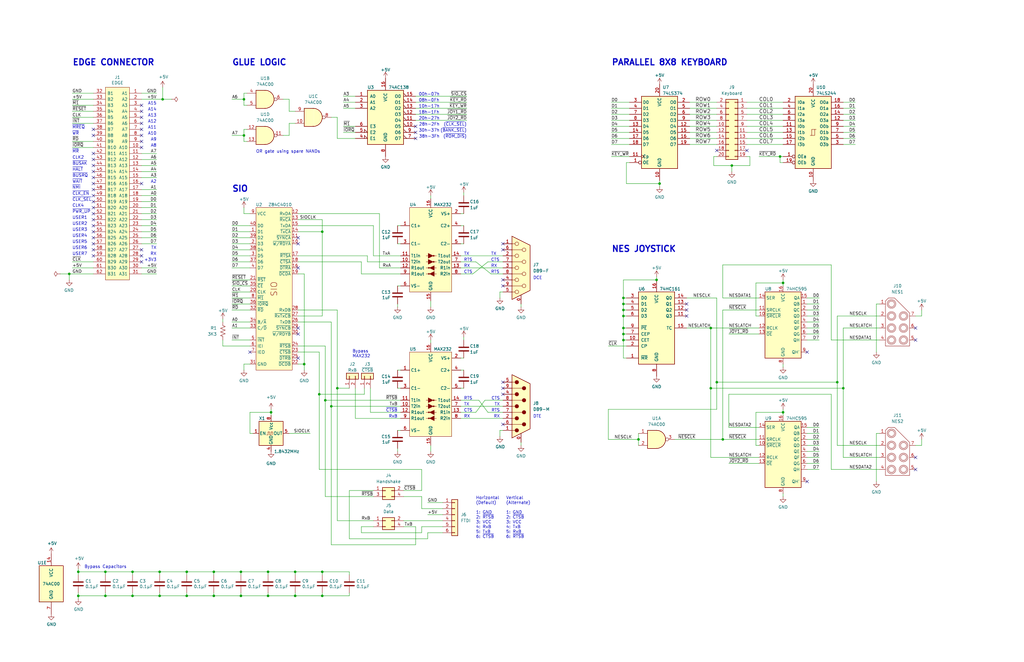
<source format=kicad_sch>
(kicad_sch (version 20211123) (generator eeschema)
  (paper "USLedger")
  (title_block (title "CPU,  64K FLASH, 512K RAM, with blinkenlights") (date "2022-10-27") (rev "1.1") (company "Frederic Segard") (comment 1 "youtube.com/@microhobbyist.com") (comment 4 "Designed with the inspiration of Grant Searl and John Winans"))
  (junction (at 353.06 161.29))
  (junction (at 262.89 140.97))
  (junction (at 55.88 241.3))
  (junction (at 262.89 130.81))
  (junction (at 90.17 251.46))
  (junction (at 137.16 168.91))
  (junction (at 67.31 241.3))
  (junction (at 262.89 133.35))
  (junction (at 29.21 115.57))
  (junction (at 135.89 241.3))
  (junction (at 262.89 138.43))
  (junction (at 33.02 241.3))
  (junction (at 304.8 185.42))
  (junction (at 113.03 241.3))
  (junction (at 355.6 163.83))
  (junction (at 269.24 185.42))
  (junction (at 134.62 166.37))
  (junction (at 330.2 173.99))
  (junction (at 135.89 97.79))
  (junction (at 299.72 163.83))
  (junction (at 142.24 163.83))
  (junction (at 328.93 66.04))
  (junction (at 55.88 251.46))
  (junction (at 113.03 251.46))
  (junction (at 101.6 251.46))
  (junction (at 308.61 69.85))
  (junction (at 276.86 118.11))
  (junction (at 114.3 173.99))
  (junction (at 262.89 143.51))
  (junction (at 68.58 41.91))
  (junction (at 44.45 241.3))
  (junction (at 90.17 241.3))
  (junction (at 278.13 77.47))
  (junction (at 139.7 171.45))
  (junction (at 262.89 125.73))
  (junction (at 262.89 128.27))
  (junction (at 33.02 251.46))
  (junction (at 102.87 41.91))
  (junction (at 78.74 251.46))
  (junction (at 78.74 241.3))
  (junction (at 101.6 241.3))
  (junction (at 128.27 153.67))
  (junction (at 102.87 57.15))
  (junction (at 124.46 241.3))
  (junction (at 135.89 251.46))
  (junction (at 44.45 251.46))
  (junction (at 330.2 119.38))
  (junction (at 67.31 251.46))
  (junction (at 302.26 161.29))
  (junction (at 299.72 138.43))
  (junction (at 124.46 251.46))
  (no_connect (at 386.08 193.04))
  (no_connect (at 340.36 148.59))
  (no_connect (at 59.69 44.45))
  (no_connect (at 39.37 74.93))
  (no_connect (at 39.37 64.77))
  (no_connect (at 59.69 49.53))
  (no_connect (at 175.26 58.42))
  (no_connect (at 59.69 46.99))
  (no_connect (at 302.26 63.5))
  (no_connect (at 125.73 113.03))
  (no_connect (at 39.37 77.47))
  (no_connect (at 39.37 95.25))
  (no_connect (at 59.69 52.07))
  (no_connect (at 289.56 130.81))
  (no_connect (at 289.56 133.35))
  (no_connect (at 289.56 128.27))
  (no_connect (at 212.09 163.83))
  (no_connect (at 39.37 57.15))
  (no_connect (at 386.08 138.43))
  (no_connect (at 39.37 69.85))
  (no_connect (at 39.37 90.17))
  (no_connect (at 59.69 110.49))
  (no_connect (at 59.69 54.61))
  (no_connect (at 59.69 59.69))
  (no_connect (at 212.09 105.41))
  (no_connect (at 125.73 151.13))
  (no_connect (at 39.37 54.61))
  (no_connect (at 340.36 203.2))
  (no_connect (at 212.09 120.65))
  (no_connect (at 39.37 82.55))
  (no_connect (at 59.69 57.15))
  (no_connect (at 212.09 166.37))
  (no_connect (at 175.26 53.34))
  (no_connect (at 212.09 161.29))
  (no_connect (at 39.37 107.95))
  (no_connect (at 125.73 140.97))
  (no_connect (at 125.73 102.87))
  (no_connect (at 314.96 63.5))
  (no_connect (at 212.09 118.11))
  (no_connect (at 175.26 55.88))
  (no_connect (at 125.73 100.33))
  (no_connect (at 59.69 77.47))
  (no_connect (at 39.37 102.87))
  (no_connect (at 39.37 92.71))
  (no_connect (at 39.37 100.33))
  (no_connect (at 59.69 105.41))
  (no_connect (at 39.37 85.09))
  (no_connect (at 39.37 97.79))
  (no_connect (at 105.41 148.59))
  (no_connect (at 59.69 107.95))
  (no_connect (at 59.69 62.23))
  (no_connect (at 386.08 143.51))
  (no_connect (at 212.09 179.07))
  (no_connect (at 39.37 87.63))
  (no_connect (at 125.73 138.43))
  (no_connect (at 39.37 67.31))
  (no_connect (at 39.37 105.41))
  (no_connect (at 39.37 72.39))
  (no_connect (at 39.37 80.01))
  (no_connect (at 212.09 102.87))
  (no_connect (at 386.08 198.12))
  (wire (pts (xy 330.2 119.38) (xy 330.2 120.65)))
  (wire (pts (xy 304.8 185.42) (xy 304.8 130.81)))
  (wire (pts (xy 105.41 182.88) (xy 106.68 182.88)))
  (wire (pts (xy 30.48 39.37) (xy 39.37 39.37)))
  (wire (pts (xy 257.81 48.26) (xy 265.43 48.26)))
  (wire (pts (xy 142.24 163.83) (xy 147.32 163.83)))
  (wire (pts (xy 121.92 46.99) (xy 124.46 46.99)))
  (wire (pts (xy 328.93 68.58) (xy 330.2 68.58)))
  (wire (pts (xy 124.46 242.57) (xy 124.46 241.3)))
  (wire (pts (xy 114.3 173.99) (xy 114.3 175.26)))
  (wire (pts (xy 194.31 168.91) (xy 201.93 168.91)))
  (wire (pts (xy 119.38 41.91) (xy 121.92 41.91)))
  (wire (pts (xy 307.34 195.58) (xy 320.04 195.58)))
  (wire (pts (xy 201.93 168.91) (xy 205.74 173.99)))
  (wire (pts (xy 125.73 133.35) (xy 135.89 133.35)))
  (wire (pts (xy 137.16 168.91) (xy 137.16 209.55)))
  (wire (pts (xy 139.7 171.45) (xy 139.7 229.87)))
  (wire (pts (xy 262.89 140.97) (xy 264.16 140.97)))
  (wire (pts (xy 59.69 95.25) (xy 66.04 95.25)))
  (wire (pts (xy 135.89 241.3) (xy 124.46 241.3)))
  (wire (pts (xy 219.71 186.69) (xy 219.71 187.96)))
  (wire (pts (xy 181.61 82.55) (xy 181.61 83.82)))
  (wire (pts (xy 134.62 148.59) (xy 134.62 166.37)))
  (wire (pts (xy 125.73 110.49) (xy 152.4 110.49)))
  (wire (pts (xy 304.8 185.42) (xy 320.04 185.42)))
  (wire (pts (xy 219.71 128.27) (xy 219.71 129.54)))
  (wire (pts (xy 340.36 193.04) (xy 345.44 193.04)))
  (wire (pts (xy 170.18 207.01) (xy 177.8 207.01)))
  (wire (pts (xy 97.79 120.65) (xy 105.41 120.65)))
  (wire (pts (xy 67.31 250.19) (xy 67.31 251.46)))
  (wire (pts (xy 125.73 153.67) (xy 128.27 153.67)))
  (wire (pts (xy 330.2 172.72) (xy 330.2 173.99)))
  (wire (pts (xy 360.68 48.26) (xy 355.6 48.26)))
  (wire (pts (xy 194.31 113.03) (xy 212.09 113.03)))
  (wire (pts (xy 152.4 115.57) (xy 152.4 110.49)))
  (wire (pts (xy 278.13 77.47) (xy 278.13 76.2)))
  (wire (pts (xy 307.34 166.37) (xy 307.34 180.34)))
  (wire (pts (xy 59.69 69.85) (xy 66.04 69.85)))
  (wire (pts (xy 33.02 250.19) (xy 33.02 251.46)))
  (wire (pts (xy 78.74 241.3) (xy 67.31 241.3)))
  (wire (pts (xy 149.86 176.53) (xy 168.91 176.53)))
  (wire (pts (xy 262.89 130.81) (xy 264.16 130.81)))
  (wire (pts (xy 97.79 135.89) (xy 105.41 135.89)))
  (wire (pts (xy 125.73 95.25) (xy 157.48 95.25)))
  (wire (pts (xy 29.21 115.57) (xy 39.37 115.57)))
  (wire (pts (xy 135.89 97.79) (xy 135.89 133.35)))
  (wire (pts (xy 194.31 115.57) (xy 199.39 115.57)))
  (wire (pts (xy 90.17 251.46) (xy 101.6 251.46)))
  (wire (pts (xy 194.31 107.95) (xy 212.09 107.95)))
  (wire (pts (xy 102.87 153.67) (xy 102.87 156.21)))
  (wire (pts (xy 340.36 133.35) (xy 345.44 133.35)))
  (wire (pts (xy 44.45 241.3) (xy 33.02 241.3)))
  (wire (pts (xy 102.87 54.61) (xy 104.14 54.61)))
  (wire (pts (xy 194.31 173.99) (xy 200.66 173.99)))
  (wire (pts (xy 97.79 95.25) (xy 105.41 95.25)))
  (wire (pts (xy 314.96 60.96) (xy 330.2 60.96)))
  (wire (pts (xy 194.31 156.21) (xy 195.58 156.21)))
  (wire (pts (xy 302.26 172.72) (xy 256.54 172.72)))
  (wire (pts (xy 125.73 92.71) (xy 135.89 92.71)))
  (wire (pts (xy 97.79 118.11) (xy 105.41 118.11)))
  (wire (pts (xy 59.69 102.87) (xy 66.04 102.87)))
  (wire (pts (xy 290.83 60.96) (xy 302.26 60.96)))
  (wire (pts (xy 55.88 251.46) (xy 67.31 251.46)))
  (wire (pts (xy 290.83 53.34) (xy 302.26 53.34)))
  (wire (pts (xy 360.68 45.72) (xy 355.6 45.72)))
  (wire (pts (xy 59.69 92.71) (xy 66.04 92.71)))
  (wire (pts (xy 340.36 180.34) (xy 345.44 180.34)))
  (wire (pts (xy 78.74 242.57) (xy 78.74 241.3)))
  (wire (pts (xy 30.48 44.45) (xy 39.37 44.45)))
  (wire (pts (xy 350.52 111.76) (xy 304.8 111.76)))
  (wire (pts (xy 314.96 55.88) (xy 330.2 55.88)))
  (wire (pts (xy 177.8 224.79) (xy 177.8 222.25)))
  (wire (pts (xy 177.8 209.55) (xy 177.8 214.63)))
  (wire (pts (xy 340.36 198.12) (xy 345.44 198.12)))
  (wire (pts (xy 113.03 250.19) (xy 113.03 251.46)))
  (wire (pts (xy 44.45 251.46) (xy 55.88 251.46)))
  (wire (pts (xy 308.61 69.85) (xy 300.99 69.85)))
  (wire (pts (xy 168.91 115.57) (xy 152.4 115.57)))
  (wire (pts (xy 388.62 185.42) (xy 388.62 187.96)))
  (wire (pts (xy 318.77 173.99) (xy 330.2 173.99)))
  (wire (pts (xy 262.89 143.51) (xy 262.89 140.97)))
  (wire (pts (xy 257.81 55.88) (xy 265.43 55.88)))
  (wire (pts (xy 340.36 125.73) (xy 345.44 125.73)))
  (wire (pts (xy 97.79 57.15) (xy 102.87 57.15)))
  (wire (pts (xy 59.69 100.33) (xy 66.04 100.33)))
  (wire (pts (xy 302.26 125.73) (xy 302.26 161.29)))
  (wire (pts (xy 30.48 59.69) (xy 39.37 59.69)))
  (wire (pts (xy 370.84 182.88) (xy 369.57 182.88)))
  (wire (pts (xy 67.31 251.46) (xy 78.74 251.46)))
  (wire (pts (xy 147.32 242.57) (xy 147.32 241.3)))
  (wire (pts (xy 102.87 57.15) (xy 102.87 54.61)))
  (wire (pts (xy 157.48 95.25) (xy 157.48 107.95)))
  (wire (pts (xy 210.82 123.19) (xy 210.82 125.73)))
  (wire (pts (xy 314.96 50.8) (xy 330.2 50.8)))
  (wire (pts (xy 170.18 219.71) (xy 186.69 219.71)))
  (wire (pts (xy 355.6 138.43) (xy 370.84 138.43)))
  (wire (pts (xy 137.16 146.05) (xy 137.16 168.91)))
  (wire (pts (xy 78.74 250.19) (xy 78.74 251.46)))
  (wire (pts (xy 314.96 66.04) (xy 316.23 66.04)))
  (wire (pts (xy 59.69 41.91) (xy 68.58 41.91)))
  (wire (pts (xy 314.96 45.72) (xy 330.2 45.72)))
  (wire (pts (xy 340.36 138.43) (xy 345.44 138.43)))
  (wire (pts (xy 180.34 217.17) (xy 186.69 217.17)))
  (wire (pts (xy 340.36 195.58) (xy 345.44 195.58)))
  (wire (pts (xy 114.3 172.72) (xy 114.3 173.99)))
  (wire (pts (xy 181.61 143.51) (xy 181.61 144.78)))
  (wire (pts (xy 144.78 45.72) (xy 149.86 45.72)))
  (wire (pts (xy 269.24 185.42) (xy 269.24 187.96)))
  (wire (pts (xy 119.38 57.15) (xy 121.92 57.15)))
  (wire (pts (xy 168.91 110.49) (xy 154.94 110.49)))
  (wire (pts (xy 194.31 90.17) (xy 195.58 90.17)))
  (wire (pts (xy 360.68 58.42) (xy 355.6 58.42)))
  (wire (pts (xy 262.89 143.51) (xy 264.16 143.51)))
  (wire (pts (xy 328.93 66.04) (xy 330.2 66.04)))
  (wire (pts (xy 144.78 53.34) (xy 149.86 53.34)))
  (wire (pts (xy 55.88 241.3) (xy 44.45 241.3)))
  (wire (pts (xy 97.79 128.27) (xy 105.41 128.27)))
  (wire (pts (xy 199.39 115.57) (xy 205.74 110.49)))
  (wire (pts (xy 33.02 251.46) (xy 44.45 251.46)))
  (wire (pts (xy 300.99 69.85) (xy 300.99 66.04)))
  (wire (pts (xy 316.23 66.04) (xy 316.23 69.85)))
  (wire (pts (xy 269.24 185.42) (xy 269.24 182.88)))
  (wire (pts (xy 114.3 173.99) (xy 105.41 173.99)))
  (wire (pts (xy 340.36 187.96) (xy 345.44 187.96)))
  (wire (pts (xy 205.74 173.99) (xy 212.09 173.99)))
  (wire (pts (xy 262.89 118.11) (xy 276.86 118.11)))
  (wire (pts (xy 33.02 241.3) (xy 33.02 242.57)))
  (wire (pts (xy 59.69 90.17) (xy 66.04 90.17)))
  (wire (pts (xy 137.16 209.55) (xy 157.48 209.55)))
  (wire (pts (xy 142.24 163.83) (xy 142.24 219.71)))
  (wire (pts (xy 97.79 100.33) (xy 105.41 100.33)))
  (wire (pts (xy 142.24 58.42) (xy 149.86 58.42)))
  (wire (pts (xy 353.06 133.35) (xy 370.84 133.35)))
  (wire (pts (xy 257.81 58.42) (xy 265.43 58.42)))
  (wire (pts (xy 177.8 207.01) (xy 177.8 198.12)))
  (wire (pts (xy 97.79 130.81) (xy 105.41 130.81)))
  (wire (pts (xy 194.31 163.83) (xy 195.58 163.83)))
  (wire (pts (xy 177.8 214.63) (xy 186.69 214.63)))
  (wire (pts (xy 353.06 161.29) (xy 353.06 133.35)))
  (wire (pts (xy 177.8 222.25) (xy 186.69 222.25)))
  (wire (pts (xy 142.24 219.71) (xy 157.48 219.71)))
  (wire (pts (xy 167.64 163.83) (xy 168.91 163.83)))
  (wire (pts (xy 152.4 222.25) (xy 157.48 222.25)))
  (wire (pts (xy 149.86 163.83) (xy 149.86 176.53)))
  (wire (pts (xy 121.92 41.91) (xy 121.92 46.99)))
  (wire (pts (xy 212.09 123.19) (xy 210.82 123.19)))
  (wire (pts (xy 147.32 250.19) (xy 147.32 251.46)))
  (wire (pts (xy 210.82 181.61) (xy 212.09 181.61)))
  (wire (pts (xy 97.79 138.43) (xy 105.41 138.43)))
  (wire (pts (xy 167.64 120.65) (xy 168.91 120.65)))
  (wire (pts (xy 316.23 69.85) (xy 308.61 69.85)))
  (wire (pts (xy 360.68 60.96) (xy 355.6 60.96)))
  (wire (pts (xy 289.56 125.73) (xy 302.26 125.73)))
  (wire (pts (xy 355.6 163.83) (xy 355.6 193.04)))
  (wire (pts (xy 90.17 250.19) (xy 90.17 251.46)))
  (wire (pts (xy 369.57 128.27) (xy 369.57 148.59)))
  (wire (pts (xy 33.02 251.46) (xy 33.02 252.73)))
  (wire (pts (xy 134.62 166.37) (xy 134.62 198.12)))
  (wire (pts (xy 55.88 242.57) (xy 55.88 241.3)))
  (wire (pts (xy 257.81 43.18) (xy 265.43 43.18)))
  (wire (pts (xy 369.57 182.88) (xy 369.57 203.2)))
  (wire (pts (xy 302.26 161.29) (xy 353.06 161.29)))
  (wire (pts (xy 256.54 146.05) (xy 264.16 146.05)))
  (wire (pts (xy 290.83 48.26) (xy 302.26 48.26)))
  (wire (pts (xy 105.41 173.99) (xy 105.41 182.88)))
  (wire (pts (xy 262.89 128.27) (xy 264.16 128.27)))
  (wire (pts (xy 144.78 40.64) (xy 149.86 40.64)))
  (wire (pts (xy 175.26 45.72) (xy 196.85 45.72)))
  (wire (pts (xy 194.31 102.87) (xy 195.58 102.87)))
  (wire (pts (xy 278.13 77.47) (xy 264.16 77.47)))
  (wire (pts (xy 90.17 242.57) (xy 90.17 241.3)))
  (wire (pts (xy 355.6 193.04) (xy 370.84 193.04)))
  (wire (pts (xy 177.8 198.12) (xy 134.62 198.12)))
  (wire (pts (xy 290.83 43.18) (xy 302.26 43.18)))
  (wire (pts (xy 262.89 151.13) (xy 262.89 143.51)))
  (wire (pts (xy 195.58 142.24) (xy 195.58 143.51)))
  (wire (pts (xy 318.77 133.35) (xy 318.77 119.38)))
  (wire (pts (xy 97.79 102.87) (xy 105.41 102.87)))
  (wire (pts (xy 195.58 81.28) (xy 195.58 82.55)))
  (wire (pts (xy 264.16 151.13) (xy 262.89 151.13)))
  (wire (pts (xy 257.81 50.8) (xy 265.43 50.8)))
  (wire (pts (xy 314.96 58.42) (xy 330.2 58.42)))
  (wire (pts (xy 59.69 64.77) (xy 66.04 64.77)))
  (wire (pts (xy 212.09 115.57) (xy 207.01 115.57)))
  (wire (pts (xy 167.64 181.61) (xy 168.91 181.61)))
  (wire (pts (xy 257.81 45.72) (xy 265.43 45.72)))
  (wire (pts (xy 135.89 250.19) (xy 135.89 251.46)))
  (wire (pts (xy 302.26 161.29) (xy 302.26 172.72)))
  (wire (pts (xy 125.73 135.89) (xy 139.7 135.89)))
  (wire (pts (xy 256.54 185.42) (xy 269.24 185.42)))
  (wire (pts (xy 125.73 130.81) (xy 142.24 130.81)))
  (wire (pts (xy 93.98 134.62) (xy 93.98 135.89)))
  (wire (pts (xy 350.52 143.51) (xy 370.84 143.51)))
  (wire (pts (xy 299.72 163.83) (xy 299.72 193.04)))
  (wire (pts (xy 194.31 151.13) (xy 195.58 151.13)))
  (wire (pts (xy 167.64 102.87) (xy 168.91 102.87)))
  (wire (pts (xy 44.45 250.19) (xy 44.45 251.46)))
  (wire (pts (xy 59.69 74.93) (xy 66.04 74.93)))
  (wire (pts (xy 370.84 128.27) (xy 369.57 128.27)))
  (wire (pts (xy 210.82 184.15) (xy 210.82 181.61)))
  (wire (pts (xy 144.78 43.18) (xy 149.86 43.18)))
  (wire (pts (xy 299.72 163.83) (xy 355.6 163.83)))
  (wire (pts (xy 314.96 43.18) (xy 330.2 43.18)))
  (wire (pts (xy 121.92 57.15) (xy 121.92 52.07)))
  (wire (pts (xy 167.64 95.25) (xy 168.91 95.25)))
  (wire (pts (xy 299.72 193.04) (xy 320.04 193.04)))
  (wire (pts (xy 142.24 130.81) (xy 142.24 163.83)))
  (wire (pts (xy 350.52 198.12) (xy 370.84 198.12)))
  (wire (pts (xy 29.21 115.57) (xy 29.21 118.11)))
  (wire (pts (xy 157.48 207.01) (xy 147.32 207.01)))
  (wire (pts (xy 289.56 138.43) (xy 299.72 138.43)))
  (wire (pts (xy 97.79 41.91) (xy 102.87 41.91)))
  (wire (pts (xy 124.46 241.3) (xy 113.03 241.3)))
  (wire (pts (xy 355.6 163.83) (xy 355.6 138.43)))
  (wire (pts (xy 180.34 227.33) (xy 180.34 224.79)))
  (wire (pts (xy 307.34 166.37) (xy 350.52 166.37)))
  (wire (pts (xy 144.78 55.88) (xy 149.86 55.88)))
  (wire (pts (xy 330.2 173.99) (xy 330.2 175.26)))
  (wire (pts (xy 59.69 87.63) (xy 66.04 87.63)))
  (wire (pts (xy 262.89 125.73) (xy 264.16 125.73)))
  (wire (pts (xy 139.7 171.45) (xy 168.91 171.45)))
  (wire (pts (xy 304.8 130.81) (xy 320.04 130.81)))
  (wire (pts (xy 175.26 48.26) (xy 196.85 48.26)))
  (wire (pts (xy 290.83 55.88) (xy 302.26 55.88)))
  (wire (pts (xy 105.41 153.67) (xy 102.87 153.67)))
  (wire (pts (xy 175.26 43.18) (xy 196.85 43.18)))
  (wire (pts (xy 299.72 138.43) (xy 320.04 138.43)))
  (wire (pts (xy 59.69 113.03) (xy 66.04 113.03)))
  (wire (pts (xy 59.69 85.09) (xy 66.04 85.09)))
  (wire (pts (xy 121.92 52.07) (xy 124.46 52.07)))
  (wire (pts (xy 59.69 39.37) (xy 66.04 39.37)))
  (wire (pts (xy 25.4 115.57) (xy 29.21 115.57)))
  (wire (pts (xy 318.77 187.96) (xy 318.77 173.99)))
  (wire (pts (xy 340.36 140.97) (xy 345.44 140.97)))
  (wire (pts (xy 257.81 60.96) (xy 265.43 60.96)))
  (wire (pts (xy 135.89 251.46) (xy 147.32 251.46)))
  (wire (pts (xy 307.34 180.34) (xy 320.04 180.34)))
  (wire (pts (xy 167.64 128.27) (xy 167.64 129.54)))
  (wire (pts (xy 194.31 110.49) (xy 200.66 110.49)))
  (wire (pts (xy 175.26 229.87) (xy 139.7 229.87)))
  (wire (pts (xy 97.79 110.49) (xy 105.41 110.49)))
  (wire (pts (xy 59.69 72.39) (xy 66.04 72.39)))
  (wire (pts (xy 308.61 69.85) (xy 308.61 72.39)))
  (wire (pts (xy 170.18 222.25) (xy 175.26 222.25)))
  (wire (pts (xy 154.94 107.95) (xy 125.73 107.95)))
  (wire (pts (xy 290.83 58.42) (xy 302.26 58.42)))
  (wire (pts (xy 68.58 36.83) (xy 68.58 41.91)))
  (wire (pts (xy 262.89 118.11) (xy 262.89 125.73)))
  (wire (pts (xy 284.48 185.42) (xy 304.8 185.42)))
  (wire (pts (xy 194.31 176.53) (xy 212.09 176.53)))
  (wire (pts (xy 125.73 90.17) (xy 160.02 90.17)))
  (wire (pts (xy 262.89 133.35) (xy 264.16 133.35)))
  (wire (pts (xy 304.8 111.76) (xy 304.8 125.73)))
  (wire (pts (xy 142.24 49.53) (xy 139.7 49.53)))
  (wire (pts (xy 181.61 190.5) (xy 181.61 187.96)))
  (wire (pts (xy 67.31 241.3) (xy 55.88 241.3)))
  (wire (pts (xy 205.74 110.49) (xy 212.09 110.49)))
  (wire (pts (xy 340.36 128.27) (xy 345.44 128.27)))
  (wire (pts (xy 125.73 146.05) (xy 137.16 146.05)))
  (wire (pts (xy 156.21 173.99) (xy 168.91 173.99)))
  (wire (pts (xy 264.16 68.58) (xy 265.43 68.58)))
  (wire (pts (xy 320.04 187.96) (xy 318.77 187.96)))
  (wire (pts (xy 353.06 187.96) (xy 370.84 187.96)))
  (wire (pts (xy 125.73 97.79) (xy 135.89 97.79)))
  (wire (pts (xy 102.87 87.63) (xy 102.87 90.17)))
  (wire (pts (xy 175.26 40.64) (xy 196.85 40.64)))
  (wire (pts (xy 278.13 78.74) (xy 278.13 77.47)))
  (wire (pts (xy 139.7 135.89) (xy 139.7 171.45)))
  (wire (pts (xy 290.83 45.72) (xy 302.26 45.72)))
  (wire (pts (xy 350.52 198.12) (xy 350.52 166.37)))
  (wire (pts (xy 105.41 146.05) (xy 93.98 146.05)))
  (wire (pts (xy 186.69 212.09) (xy 180.34 212.09)))
  (wire (pts (xy 360.68 50.8) (xy 355.6 50.8)))
  (wire (pts (xy 304.8 125.73) (xy 320.04 125.73)))
  (wire (pts (xy 262.89 133.35) (xy 262.89 138.43)))
  (wire (pts (xy 142.24 58.42) (xy 142.24 49.53)))
  (wire (pts (xy 97.79 97.79) (xy 105.41 97.79)))
  (wire (pts (xy 320.04 66.04) (xy 328.93 66.04)))
  (wire (pts (xy 299.72 138.43) (xy 299.72 163.83)))
  (wire (pts (xy 101.6 241.3) (xy 90.17 241.3)))
  (wire (pts (xy 340.36 190.5) (xy 345.44 190.5)))
  (wire (pts (xy 121.92 182.88) (xy 130.81 182.88)))
  (wire (pts (xy 102.87 59.69) (xy 102.87 57.15)))
  (wire (pts (xy 194.31 171.45) (xy 212.09 171.45)))
  (wire (pts (xy 330.2 154.94) (xy 330.2 153.67)))
  (wire (pts (xy 147.32 241.3) (xy 135.89 241.3)))
  (wire (pts (xy 90.17 241.3) (xy 78.74 241.3)))
  (wire (pts (xy 353.06 161.29) (xy 353.06 187.96)))
  (wire (pts (xy 360.68 53.34) (xy 355.6 53.34)))
  (wire (pts (xy 318.77 119.38) (xy 330.2 119.38)))
  (wire (pts (xy 102.87 39.37) (xy 104.14 39.37)))
  (wire (pts (xy 350.52 143.51) (xy 350.52 111.76)))
  (wire (pts (xy 154.94 110.49) (xy 154.94 107.95)))
  (wire (pts (xy 30.48 52.07) (xy 39.37 52.07)))
  (wire (pts (xy 113.03 242.57) (xy 113.03 241.3)))
  (wire (pts (xy 180.34 224.79) (xy 186.69 224.79)))
  (wire (pts (xy 128.27 153.67) (xy 128.27 156.21)))
  (wire (pts (xy 340.36 135.89) (xy 345.44 135.89)))
  (wire (pts (xy 137.16 168.91) (xy 168.91 168.91)))
  (wire (pts (xy 30.48 62.23) (xy 39.37 62.23)))
  (wire (pts (xy 314.96 53.34) (xy 330.2 53.34)))
  (wire (pts (xy 330.2 209.55) (xy 330.2 208.28)))
  (wire (pts (xy 124.46 251.46) (xy 135.89 251.46)))
  (wire (pts (xy 256.54 172.72) (xy 256.54 185.42)))
  (wire (pts (xy 167.64 156.21) (xy 168.91 156.21)))
  (wire (pts (xy 104.14 59.69) (xy 102.87 59.69)))
  (wire (pts (xy 59.69 115.57) (xy 66.04 115.57)))
  (wire (pts (xy 194.31 95.25) (xy 195.58 95.25)))
  (wire (pts (xy 97.79 105.41) (xy 105.41 105.41)))
  (wire (pts (xy 157.48 107.95) (xy 168.91 107.95)))
  (wire (pts (xy 97.79 143.51) (xy 105.41 143.51)))
  (wire (pts (xy 44.45 242.57) (xy 44.45 241.3)))
  (wire (pts (xy 153.67 163.83) (xy 153.67 166.37)))
  (wire (pts (xy 340.36 185.42) (xy 345.44 185.42)))
  (wire (pts (xy 386.08 133.35) (xy 388.62 133.35)))
  (wire (pts (xy 204.47 168.91) (xy 200.66 173.99)))
  (wire (pts (xy 212.09 168.91) (xy 204.47 168.91)))
  (wire (pts (xy 30.48 110.49) (xy 39.37 110.49)))
  (wire (pts (xy 59.69 82.55) (xy 66.04 82.55)))
  (wire (pts (xy 181.61 129.54) (xy 181.61 127)))
  (wire (pts (xy 147.32 207.01) (xy 147.32 227.33)))
  (wire (pts (xy 314.96 48.26) (xy 330.2 48.26)))
  (wire (pts (xy 135.89 242.57) (xy 135.89 241.3)))
  (wire (pts (xy 175.26 222.25) (xy 175.26 229.87)))
  (wire (pts (xy 33.02 240.03) (xy 33.02 241.3)))
  (wire (pts (xy 290.83 50.8) (xy 302.26 50.8)))
  (wire (pts (xy 101.6 250.19) (xy 101.6 251.46)))
  (wire (pts (xy 125.73 148.59) (xy 134.62 148.59)))
  (wire (pts (xy 388.62 130.81) (xy 388.62 133.35)))
  (wire (pts (xy 102.87 44.45) (xy 102.87 41.91)))
  (wire (pts (xy 55.88 250.19) (xy 55.88 251.46)))
  (wire (pts (xy 175.26 50.8) (xy 196.85 50.8)))
  (wire (pts (xy 340.36 182.88) (xy 345.44 182.88)))
  (wire (pts (xy 128.27 115.57) (xy 128.27 153.67)))
  (wire (pts (xy 30.48 41.91) (xy 39.37 41.91)))
  (wire (pts (xy 104.14 44.45) (xy 102.87 44.45)))
  (wire (pts (xy 97.79 113.03) (xy 105.41 113.03)))
  (wire (pts (xy 360.68 43.18) (xy 355.6 43.18)))
  (wire (pts (xy 147.32 227.33) (xy 180.34 227.33)))
  (wire (pts (xy 300.99 66.04) (xy 302.26 66.04)))
  (wire (pts (xy 262.89 125.73) (xy 262.89 128.27)))
  (wire (pts (xy 101.6 242.57) (xy 101.6 241.3)))
  (wire (pts (xy 105.41 90.17) (xy 102.87 90.17)))
  (wire (pts (xy 340.36 130.81) (xy 345.44 130.81)))
  (wire (pts (xy 152.4 222.25) (xy 152.4 224.79)))
  (wire (pts (xy 125.73 115.57) (xy 128.27 115.57)))
  (wire (pts (xy 135.89 92.71) (xy 135.89 97.79)))
  (wire (pts (xy 30.48 46.99) (xy 39.37 46.99)))
  (wire (pts (xy 97.79 107.95) (xy 105.41 107.95)))
  (wire (pts (xy 67.31 242.57) (xy 67.31 241.3)))
  (wire (pts (xy 72.39 41.91) (xy 68.58 41.91)))
  (wire (pts (xy 386.08 187.96) (xy 388.62 187.96)))
  (wire (pts (xy 262.89 138.43) (xy 262.89 140.97)))
  (wire (pts (xy 340.36 143.51) (xy 345.44 143.51)))
  (wire (pts (xy 160.02 113.03) (xy 160.02 90.17)))
  (wire (pts (xy 167.64 189.23) (xy 167.64 190.5)))
  (wire (pts (xy 262.89 128.27) (xy 262.89 130.81)))
  (wire (pts (xy 59.69 97.79) (xy 66.04 97.79)))
  (wire (pts (xy 153.67 166.37) (xy 134.62 166.37)))
  (wire (pts (xy 101.6 251.46) (xy 113.03 251.46)))
  (wire (pts (xy 156.21 163.83) (xy 156.21 173.99)))
  (wire (pts (xy 262.89 138.43) (xy 264.16 138.43)))
  (wire (pts (xy 328.93 66.04) (xy 328.93 68.58)))
  (wire (pts (xy 360.68 55.88) (xy 355.6 55.88)))
  (wire (pts (xy 102.87 41.91) (xy 102.87 39.37)))
  (wire (pts (xy 152.4 224.79) (xy 177.8 224.79)))
  (wire (pts (xy 97.79 123.19) (xy 105.41 123.19)))
  (wire (pts (xy 93.98 143.51) (xy 93.98 146.05)))
  (wire (pts (xy 59.69 67.31) (xy 66.04 67.31)))
  (wire (pts (xy 170.18 209.55) (xy 177.8 209.55)))
  (wire (pts (xy 264.16 77.47) (xy 264.16 68.58)))
  (wire (pts (xy 78.74 251.46) (xy 90.17 251.46)))
  (wire (pts (xy 320.04 133.35) (xy 318.77 133.35)))
  (wire (pts (xy 59.69 80.01) (xy 66.04 80.01)))
  (wire (pts (xy 30.48 113.03) (xy 39.37 113.03)))
  (wire (pts (xy 257.81 66.04) (xy 265.43 66.04)))
  (wire (pts (xy 276.86 116.84) (xy 276.86 118.11)))
  (wire (pts (xy 30.48 49.53) (xy 39.37 49.53)))
  (wire (pts (xy 262.89 130.81) (xy 262.89 133.35)))
  (wire (pts (xy 124.46 250.19) (xy 124.46 251.46)))
  (wire (pts (xy 257.81 53.34) (xy 265.43 53.34)))
  (wire (pts (xy 113.03 241.3) (xy 101.6 241.3)))
  (wire (pts (xy 113.03 251.46) (xy 124.46 251.46)))
  (wire (pts (xy 160.02 113.03) (xy 168.91 113.03)))
  (wire (pts (xy 330.2 118.11) (xy 330.2 119.38)))
  (wire (pts (xy 307.34 140.97) (xy 320.04 140.97)))
  (wire (pts (xy 97.79 125.73) (xy 105.41 125.73)))
  (wire (pts (xy 207.01 115.57) (xy 200.66 110.49)))
  (text "CTS" (at 195.58 115.57 0) (effects (font (size 1.27 1.27)) (justify left bottom)))
  (text "08h-0Fh" (at 176.53 43.18 0) (effects (font (size 1.27 1.27)) (justify left bottom)))
  (text "RX" (at 195.58 113.03 0) (effects (font (size 1.27 1.27)) (justify left bottom)))
  (text "RX" (at 66.04 107.95 180) (effects (font (size 1.27 1.27)) (justify right bottom)))
  (text "USER5" (at 30.4623 102.858 0) (effects (font (size 1.27 1.27)) (justify left bottom)))
  (text "38h-3Fh" (at 185.42 58.42 180) (effects (font (size 1.27 1.27)) (justify right bottom)))
  (text "SIO" (at 97.79 81.28 0) (effects (font (size 2.54 2.54) (thickness 0.508) bold) (justify left bottom)))
  (text "GLUE LOGIC" (at 97.79 27.94 0) (effects (font (size 2.54 2.54) (thickness 0.508) bold) (justify left bottom)))
  (text "~{BUSAK}" (at 30.48 69.85 0) (effects (font (size 1.27 1.27)) (justify left bottom)))
  (text "Horizontal\n(Default)\n\n1: GND\n2: ~{RTSB}\n3: VCC\n4: RxB\n5: TxB\n6: ~{CTSB}" (at 200.66 227.33 0) (effects (font (size 1.27 1.27)) (justify left bottom)))
  (text "DCE" (at 224.79 118.11 0) (effects (font (size 1.27 1.27)) (justify left bottom)))
  (text "(~{CLK_SEL})" (at 196.85 53.34 180) (effects (font (size 1.27 1.27)) (justify right bottom)))
  (text "RX" (at 195.58 176.53 0) (effects (font (size 1.27 1.27)) (justify left bottom)))
  (text "Bypass\nMAX232" (at 148.59 151.13 0) (effects (font (size 1.27 1.27)) (justify left bottom)))
  (text "00h-07h" (at 176.53 40.64 0) (effects (font (size 1.27 1.27)) (justify left bottom)))
  (text "DTE" (at 224.79 176.53 0) (effects (font (size 1.27 1.27)) (justify left bottom)))
  (text "CTS" (at 195.58 173.99 0) (effects (font (size 1.27 1.27)) (justify left bottom)))
  (text "A9" (at 66.04 59.69 180) (effects (font (size 1.27 1.27)) (justify right bottom)))
  (text "~{MR}" (at 30.4286 64.7264 0) (effects (font (size 1.27 1.27)) (justify left bottom)))
  (text "~{MREQ}" (at 30.416 54.5448 0) (effects (font (size 1.27 1.27)) (justify left bottom)))
  (text "EDGE CONNECTOR" (at 30.48 27.94 0) (effects (font (size 2.54 2.54) (thickness 0.508) bold) (justify left bottom)))
  (text "~{HALT}" (at 30.48 72.39 0) (effects (font (size 1.27 1.27)) (justify left bottom)))
  (text "18h-1Fh" (at 176.53 48.26 0) (effects (font (size 1.27 1.27)) (justify left bottom)))
  (text "TX" (at 210.82 171.45 180) (effects (font (size 1.27 1.27)) (justify right bottom)))
  (text "TX" (at 195.58 107.95 0) (effects (font (size 1.27 1.27)) (justify left bottom)))
  (text "(~{BANK_SEL})" (at 196.85 55.88 180) (effects (font (size 1.27 1.27)) (justify right bottom)))
  (text "RX" (at 207.01 113.03 0) (effects (font (size 1.27 1.27)) (justify left bottom)))
  (text "~{CLK_EN}" (at 30.48 82.55 0) (effects (font (size 1.27 1.27)) (justify left bottom)))
  (text "USER1" (at 30.4623 92.698 0) (effects (font (size 1.27 1.27)) (justify left bottom)))
  (text "~{BUSRQ}" (at 30.48 74.93 0) (effects (font (size 1.27 1.27)) (justify left bottom)))
  (text "CTS" (at 210.82 168.91 180) (effects (font (size 1.27 1.27)) (justify right bottom)))
  (text "RTS" (at 195.58 168.91 0) (effects (font (size 1.27 1.27)) (justify left bottom)))
  (text "RxB" (at 167.64 176.53 180) (effects (font (size 1.27 1.27)) (justify right bottom)))
  (text "~{WAIT}" (at 30.48 77.47 0) (effects (font (size 1.27 1.27)) (justify left bottom)))
  (text "~{PWR_UP}" (at 30.4623 90.1481 0) (effects (font (size 1.27 1.27)) (justify left bottom)))
  (text "~{CLK_SEL}" (at 30.48 85.09 0) (effects (font (size 1.27 1.27)) (justify left bottom)))
  (text "TX" (at 66.04 105.41 180) (effects (font (size 1.27 1.27)) (justify right bottom)))
  (text "A12" (at 66.04 52.07 180) (effects (font (size 1.27 1.27)) (justify right bottom)))
  (text "A8" (at 66.04 62.23 180) (effects (font (size 1.27 1.27)) (justify right bottom)))
  (text "CTS" (at 207.01 110.49 0) (effects (font (size 1.27 1.27)) (justify left bottom)))
  (text "CLK2" (at 30.48 67.31 0) (effects (font (size 1.27 1.27)) (justify left bottom)))
  (text "RTS" (at 210.82 173.99 180) (effects (font (size 1.27 1.27)) (justify right bottom)))
  (text "~{CTSB}" (at 167.64 173.99 180) (effects (font (size 1.27 1.27)) (justify right bottom)))
  (text "~{WR}" (at 30.4435 57.1423 0) (effects (font (size 1.27 1.27)) (justify left bottom)))
  (text "30h-37h" (at 185.42 55.88 180) (effects (font (size 1.27 1.27)) (justify right bottom)))
  (text "RTS" (at 195.58 110.49 0) (effects (font (size 1.27 1.27)) (justify left bottom)))
  (text "USER2" (at 30.4623 95.238 0) (effects (font (size 1.27 1.27)) (justify left bottom)))
  (text "RX" (at 210.82 176.53 180) (effects (font (size 1.27 1.27)) (justify right bottom)))
  (text "NES JOYSTICK" (at 257.81 106.68 0) (effects (font (size 2.54 2.54) (thickness 0.508) bold) (justify left bottom)))
  (text "RTS" (at 207.01 115.57 0) (effects (font (size 1.27 1.27)) (justify left bottom)))
  (text "TX" (at 207.01 107.95 0) (effects (font (size 1.27 1.27)) (justify left bottom)))
  (text "+3V3" (at 66.04 110.49 180) (effects (font (size 1.27 1.27)) (justify right bottom)))
  (text "A13" (at 66.04 49.53 180) (effects (font (size 1.27 1.27)) (justify right bottom)))
  (text "USER6" (at 30.4623 105.398 0) (effects (font (size 1.27 1.27)) (justify left bottom)))
  (text "(~{ROM_DIS})" (at 196.85 58.42 180) (effects (font (size 1.27 1.27)) (justify right bottom)))
  (text "A14" (at 66.04 46.99 180) (effects (font (size 1.27 1.27)) (justify right bottom)))
  (text "10h-17h" (at 176.53 45.72 0) (effects (font (size 1.27 1.27)) (justify left bottom)))
  (text "A10" (at 66.04 57.15 180) (effects (font (size 1.27 1.27)) (justify right bottom)))
  (text "20h-27h" (at 176.53 50.8 0) (effects (font (size 1.27 1.27)) (justify left bottom)))
  (text "USER4" (at 30.4623 100.318 0) (effects (font (size 1.27 1.27)) (justify left bottom)))
  (text "PARALLEL 8X8 KEYBOARD" (at 257.81 27.94 0) (effects (font (size 2.54 2.54) (thickness 0.508) bold) (justify left bottom)))
  (text "USER3" (at 30.4623 97.778 0) (effects (font (size 1.27 1.27)) (justify left bottom)))
  (text "Bypass Capacitors" (at 35.56 240.03 0) (effects (font (size 1.27 1.27)) (justify left bottom)))
  (text "28h-2Fh" (at 185.42 53.34 180) (effects (font (size 1.27 1.27)) (justify right bottom)))
  (text "TX" (at 195.58 171.45 0) (effects (font (size 1.27 1.27)) (justify left bottom)))
  (text "A15" (at 66.04 44.45 180) (effects (font (size 1.27 1.27)) (justify right bottom)))
  (text "CLK4" (at 30.4623 87.5982 0) (effects (font (size 1.27 1.27)) (justify left bottom)))
  (text "USER7" (at 30.4623 107.938 0) (effects (font (size 1.27 1.27)) (justify left bottom)))
  (text "OR gate using spare NANDs" (at 107.95 64.77 0) (effects (font (size 1.27 1.27)) (justify left bottom)))
  (text "~{NMI}" (at 30.4286 79.9485 0) (effects (font (size 1.27 1.27)) (justify left bottom)))
  (text "A2" (at 66.04 77.47 180) (effects (font (size 1.27 1.27)) (justify right bottom)))
  (text "Vertical\n(Alternate)\n\n1: GND\n2: ~{CTSB}\n3: VCC\n4: TxB\n5: RxB\n6: ~{RTSB}" (at 213.36 227.33 0) (effects (font (size 1.27 1.27)) (justify left bottom)))
  (text "A11" (at 66.04 54.61 180) (effects (font (size 1.27 1.27)) (justify right bottom)))
  (label "~{NESCLK}" (at 293.37 185.42 180))
  (label "D5" (at 360.68 55.88 180))
  (label "D2" (at 360.68 48.26 180))
  (label "SIOCLK" (at 133.35 92.71 180))
  (label "D4" (at 360.68 53.34 180))
  (label "D3" (at 345.44 133.35 180))
  (label "D1" (at 345.44 128.27 180))
  (label "A3" (at 144.78 40.64 0))
  (label "~{KEY_RD}" (at 196.85 43.18 180))
  (label "D6" (at 360.68 58.42 180))
  (label "A7" (at 66.04 64.77 180))
  (label "D6" (at 257.81 58.42 0))
  (label "A7" (at 97.79 57.15 0))
  (label "~{JOY1_RD}" (at 196.85 48.26 180))
  (label "+5V" (at 66.04 113.03 180))
  (label "~{RTSB}" (at 167.64 168.91 180))
  (label "~{KEY_WR}" (at 257.81 66.04 0))
  (label "COL0" (at 320.04 43.18 0) (effects (font (size 1.524 1.524))))
  (label "+5V" (at 180.34 217.17 0))
  (label "~{KEY_RD}" (at 320.04 66.04 0))
  (label "NESCLK" (at 358.14 133.35 0))
  (label "ROW0" (at 299.72 43.18 180) (effects (font (size 1.524 1.524))))
  (label "~{JOY2_RD}" (at 307.34 195.58 0))
  (label "A0" (at 97.79 135.89 0))
  (label "~{CTSB}" (at 175.26 207.01 180))
  (label "D0" (at 66.04 85.09 180))
  (label "A6" (at 66.04 67.31 180))
  (label "+5V" (at 30.48 41.91 0))
  (label "~{INT}" (at 97.79 143.51 0))
  (label "D4" (at 97.79 105.41 0))
  (label "A6" (at 97.79 41.91 0))
  (label "D4" (at 257.81 53.34 0))
  (label "D6" (at 345.44 140.97 180))
  (label "D2" (at 345.44 130.81 180))
  (label "NESDATA2" (at 358.14 198.12 0))
  (label "+5V" (at 30.48 113.03 0))
  (label "D1" (at 257.81 45.72 0))
  (label "~{NESCLK}" (at 307.34 130.81 0))
  (label "~{RESET}" (at 97.79 118.11 0))
  (label "A5" (at 144.78 45.72 0))
  (label "D2" (at 257.81 48.26 0))
  (label "NESCLK" (at 299.72 125.73 180))
  (label "GND" (at 30.48 39.37 0))
  (label "D5" (at 345.44 138.43 180))
  (label "A0" (at 66.04 82.55 180))
  (label "D3" (at 345.44 187.96 180))
  (label "GND" (at 66.04 39.37 180))
  (label "TxB" (at 173.99 222.25 180))
  (label "A3" (at 66.04 74.93 180))
  (label "~{SIO_CS}" (at 196.85 40.64 180))
  (label "RxA" (at 161.29 113.03 0))
  (label "~{M1}" (at 144.78 53.34 0))
  (label "D1" (at 97.79 97.79 0))
  (label "NESCLK" (at 358.14 187.96 0))
  (label "D7" (at 360.68 60.96 180))
  (label "D7" (at 66.04 102.87 180))
  (label "D4" (at 66.04 95.25 180))
  (label "SIOCLK" (at 130.81 182.88 180))
  (label "TxA" (at 161.29 107.95 0))
  (label "D0" (at 257.81 43.18 0))
  (label "D1" (at 66.04 87.63 180))
  (label "D5" (at 66.04 97.79 180))
  (label "COL6" (at 320.04 58.42 0) (effects (font (size 1.524 1.524))))
  (label "ROW6" (at 299.72 58.42 180) (effects (font (size 1.524 1.524))))
  (label "NESCLK" (at 259.08 185.42 0))
  (label "D5" (at 257.81 55.88 0))
  (label "ROW5" (at 299.72 55.88 180) (effects (font (size 1.524 1.524))))
  (label "RxB" (at 152.4 219.71 0))
  (label "NESDATA1" (at 358.14 143.51 0))
  (label "~{CLK}" (at 256.54 146.05 0))
  (label "D7" (at 345.44 143.51 180))
  (label "~{M1}" (at 97.79 125.73 0))
  (label "A4" (at 66.04 72.39 180))
  (label "A1" (at 97.79 138.43 0))
  (label "D3" (at 257.81 50.8 0))
  (label "D0" (at 345.44 180.34 180))
  (label "A5" (at 66.04 69.85 180))
  (label "NESLATCH" (at 299.72 138.43 180))
  (label "~{CLK}" (at 30.48 110.49 0))
  (label "NESLATCH" (at 307.34 193.04 0))
  (label "~{INT}" (at 30.48 52.07 0))
  (label "TxB" (at 167.64 171.45 180))
  (label "~{IORQ}" (at 97.79 128.27 0))
  (label "GND" (at 30.48 115.57 0))
  (label "D0" (at 345.44 125.73 180))
  (label "ROW2" (at 299.72 48.26 180) (effects (font (size 1.524 1.524))))
  (label "A1" (at 66.04 80.01 180))
  (label "+5V" (at 66.04 41.91 180))
  (label "NESLATCH" (at 307.34 138.43 0))
  (label "CLK" (at 30.48 49.53 0))
  (label "D1" (at 360.68 45.72 180))
  (label "D0" (at 97.79 95.25 0))
  (label "ROW4" (at 299.72 53.34 180) (effects (font (size 1.524 1.524))))
  (label "NESLATCH" (at 358.14 138.43 0))
  (label "ROW7" (at 299.72 60.96 180) (effects (font (size 1.524 1.524))))
  (label "COL5" (at 320.04 55.88 0) (effects (font (size 1.524 1.524))))
  (label "D7" (at 345.44 198.12 180))
  (label "COL3" (at 320.04 50.8 0) (effects (font (size 1.524 1.524))))
  (label "D3" (at 66.04 92.71 180))
  (label "D6" (at 345.44 195.58 180))
  (label "D3" (at 97.79 102.87 0))
  (label "~{RD}" (at 97.79 130.81 0))
  (label "~{M1}" (at 30.48 44.45 0))
  (label "D6" (at 97.79 110.49 0))
  (label "D5" (at 345.44 193.04 180))
  (label "ROW3" (at 299.72 50.8 180) (effects (font (size 1.524 1.524))))
  (label "COL2" (at 320.04 48.26 0) (effects (font (size 1.524 1.524))))
  (label "D2" (at 97.79 100.33 0))
  (label "D7" (at 257.81 60.96 0))
  (label "D6" (at 66.04 100.33 180))
  (label "~{JOY2_RD}" (at 196.85 50.8 180))
  (label "~{RESET}" (at 30.48 46.99 0))
  (label "NESDATA1" (at 307.34 125.73 0))
  (label "NESDATA2" (at 307.34 180.34 0))
  (label "D1" (at 345.44 182.88 180))
  (label "COL4" (at 320.04 53.34 0) (effects (font (size 1.524 1.524))))
  (label "D7" (at 97.79 113.03 0))
  (label "~{RD}" (at 30.48 59.69 0))
  (label "~{IORQ}" (at 144.78 55.88 0))
  (label "~{JOY1_RD}" (at 307.34 140.97 0))
  (label "NESLATCH" (at 358.14 193.04 0))
  (label "~{KEY_WR}" (at 196.85 45.72 180))
  (label "D5" (at 97.79 107.95 0))
  (label "D4" (at 345.44 135.89 180))
  (label "D2" (at 66.04 90.17 180))
  (label "COL1" (at 320.04 45.72 0) (effects (font (size 1.524 1.524))))
  (label "D4" (at 345.44 190.5 180))
  (label "D0" (at 360.68 43.18 180))
  (label "COL7" (at 320.04 60.96 0) (effects (font (size 1.524 1.524))))
  (label "~{NESCLK}" (at 307.34 185.42 0))
  (label "~{IORQ}" (at 30.48 62.23 0))
  (label "GND" (at 66.04 115.57 180))
  (label "A4" (at 144.78 43.18 0))
  (label "GND" (at 180.34 212.09 0))
  (label "D3" (at 360.68 50.8 180))
  (label "~{RTSB}" (at 152.4 209.55 0))
  (label "CLK" (at 97.79 123.19 0))
  (label "D2" (at 345.44 185.42 180))
  (label "~{SIO_CS}" (at 97.79 120.65 0))
  (label "ROW1" (at 299.72 45.72 180) (effects (font (size 1.524 1.524))))
  (symbol (lib_id "0 - Library:ISA_CARD_CONNECTOR") (at 49.53 36.83 0) (unit 1)
    (property "Reference" "J1" (at 49.53 32.639 0))
    (property "Value" "EDGE" (at 49.53 34.9504 0))
    (property "Footprint" "0 - Library:BUS_XT" (effects hide))
    (property "Datasheet" "https://www.te.com/commerce/DocumentDelivery/DDEController?Action=showdoc&DocId=Customer+Drawing%7F5530843%7FF8%7Fpdf%7FEnglish%7FENG_CD_5530843_F8.pdf%7F6-5530843-5" (effects hide))
    (property "Description" "Standard Card Edge Connectors 100 VRT 062DP" (effects hide))
    (property "Height" "15.494" (effects hide))
    (property "Mouser Part Number" "571-6-5530843-5" (effects hide))
    (property "Mouser Price/Stock" "https://www.mouser.co.uk/ProductDetail/TE-Connectivity/6-5530843-5?qs=X1mjqRbeMc4evMKvgkFEjA%3D%3D" (effects hide))
    (property "Manufacturer_Name" "TE Connectivity" (effects hide))
    (property "Manufacturer_Part_Number" "6-5530843-5" (effects hide))
  )
  (symbol (lib_id "power:GND") (at 102.87 156.21 0) (unit 1)
    (property "Reference" "#PWR09" (effects hide))
    (property "Value" "GND" (at 102.87 160.6534 0))
  )
  (symbol (lib_id "Device:C") (at 78.74 246.38 0) (unit 1)
    (property "Reference" "C5" (at 81.661 245.2116 0) (effects (justify left)))
    (property "Value" "0.1µF" (at 81.661 247.523 0) (effects (justify left)))
    (property "Footprint" "Capacitor_THT:C_Disc_D3.0mm_W1.6mm_P2.50mm" (effects hide))
  )
  (symbol (lib_id "power:GND") (at 167.64 190.5 0) (unit 1)
    (property "Reference" "#PWR016" (effects hide))
    (property "Value" "GND" (at 167.64 194.9434 0))
  )
  (symbol (lib_id "power:GND") (at 181.61 190.5 0) (unit 1)
    (property "Reference" "#PWR020" (effects hide))
    (property "Value" "GND" (at 181.61 194.9434 0))
  )
  (symbol (lib_id "power:+5V") (at 342.9 35.56 0) (unit 1)
    (property "Reference" "#PWR035" (effects hide))
    (property "Value" "+5V" (at 342.9 31.75 0))
  )
  (symbol (lib_id "power:GND") (at 181.61 129.54 0) (unit 1)
    (property "Reference" "#PWR018" (effects hide))
    (property "Value" "GND" (at 181.61 133.9834 0))
  )
  (symbol (lib_id "power:+5V") (at 330.2 118.11 0) (unit 1)
    (property "Reference" "#PWR031" (effects hide))
    (property "Value" "+5V" (at 330.2 114.3 0))
  )
  (symbol (lib_id "Device:C") (at 55.88 246.38 0) (unit 1)
    (property "Reference" "C3" (at 58.801 245.2116 0) (effects (justify left)))
    (property "Value" "0.1µF" (at 58.801 247.523 0) (effects (justify left)))
    (property "Footprint" "Capacitor_THT:C_Disc_D3.0mm_W1.6mm_P2.50mm" (effects hide))
  )
  (symbol (lib_id "power:GND") (at 210.82 125.73 0) (unit 1)
    (property "Reference" "#PWR023" (effects hide))
    (property "Value" "GND" (at 210.82 130.1734 0))
  )
  (symbol (lib_id "power:+5V") (at 181.61 82.55 0) (unit 1)
    (property "Reference" "#PWR017" (effects hide))
    (property "Value" "+5V" (at 181.61 78.9742 0))
  )
  (symbol (lib_id "Connector_Generic:Conn_01x02") (at 153.67 158.75 90) (unit 1)
    (property "Reference" "J3" (at 154.94 153.67 90))
    (property "Value" "~{CTSB}" (at 154.94 156.21 90))
    (property "Footprint" "Connector_PinHeader_2.54mm:PinHeader_1x02_P2.54mm_Vertical" (effects hide))
  )
  (symbol (lib_id "power:GND") (at 21.59 259.08 0) (unit 1)
    (property "Reference" "#PWR02" (effects hide))
    (property "Value" "GND" (at 21.717 263.4742 0))
  )
  (symbol (lib_id "Device:C") (at 167.64 160.02 0) (mirror y) (unit 1)
    (property "Reference" "C14" (at 164.719 158.8516 0) (effects (justify left)))
    (property "Value" "1uF" (at 164.719 161.163 0) (effects (justify left)))
    (property "Footprint" "Capacitor_THT:C_Disc_D3.0mm_W1.6mm_P2.50mm" (effects hide))
  )
  (symbol (lib_id "Device:C") (at 195.58 99.06 0) (unit 1)
    (property "Reference" "C17" (at 198.12 97.79 0) (effects (justify left)))
    (property "Value" "1uF" (at 198.12 100.33 0) (effects (justify left)))
    (property "Footprint" "Capacitor_THT:C_Disc_D3.0mm_W1.6mm_P2.50mm" (effects hide))
  )
  (symbol (lib_id "Oscillator:CXO_DIP8") (at 114.3 182.88 0) (unit 1)
    (property "Reference" "X1" (at 110.49 176.53 0))
    (property "Value" "1.8432MHz" (at 115.57 190.5 0) (effects (justify left)))
    (property "Footprint" "0 - Library:DIP-8-4_W7.62mm_Oscillator_Socket" (effects hide))
    (property "Datasheet" "http://cdn-reichelt.de/documents/datenblatt/B400/OSZI.pdf" (effects hide))
  )
  (symbol (lib_id "power:+5V") (at 68.58 36.83 0) (unit 1)
    (property "Reference" "#PWR06" (effects hide))
    (property "Value" "+5V" (at 68.961 32.4358 0))
  )
  (symbol (lib_id "power:GND") (at 369.57 148.59 0) (unit 1)
    (property "Reference" "#PWR037" (effects hide))
    (property "Value" "GND" (at 369.57 153.0334 0))
  )
  (symbol (lib_id "Device:C") (at 124.46 246.38 0) (unit 1)
    (property "Reference" "C9" (at 127.381 245.2116 0) (effects (justify left)))
    (property "Value" "0.1µF" (at 127.381 247.523 0) (effects (justify left)))
    (property "Footprint" "Capacitor_THT:C_Disc_D3.0mm_W1.6mm_P2.50mm" (effects hide))
  )
  (symbol (lib_id "power:GND") (at 167.64 129.54 0) (unit 1)
    (property "Reference" "#PWR015" (effects hide))
    (property "Value" "GND" (at 167.64 133.9834 0))
  )
  (symbol (lib_id "power:+5V") (at 330.2 172.72 0) (unit 1)
    (property "Reference" "#PWR033" (effects hide))
    (property "Value" "+5V" (at 330.2 168.91 0))
  )
  (symbol (lib_id "power:+5V") (at 93.98 134.62 0) (unit 1)
    (property "Reference" "#PWR07" (effects hide))
    (property "Value" "+5V" (at 93.98 131.0442 0))
  )
  (symbol (lib_id "Device:C") (at 167.64 185.42 0) (mirror y) (unit 1)
    (property "Reference" "C15" (at 164.719 184.2516 0) (effects (justify left)))
    (property "Value" "1uF" (at 164.719 186.563 0) (effects (justify left)))
    (property "Footprint" "Capacitor_THT:C_Disc_D3.0mm_W1.6mm_P2.50mm" (effects hide))
  )
  (symbol (lib_id "power:+5V") (at 278.13 35.56 0) (unit 1)
    (property "Reference" "#PWR028" (effects hide))
    (property "Value" "+5V" (at 278.13 31.75 0))
  )
  (symbol (lib_id "74xx:74LS00") (at 21.59 246.38 0) (unit 5)
    (property "Reference" "U1" (at 17.78 237.49 0))
    (property "Value" "74AC00" (at 21.59 246.38 0))
    (property "Footprint" "Package_DIP:DIP-14_W7.62mm_Socket" (effects hide))
    (property "Datasheet" "http://www.ti.com/lit/gpn/sn74ls00" (effects hide))
  )
  (symbol (lib_id "Device:R_US") (at 93.98 139.7 0) (unit 1)
    (property "Reference" "R1" (at 91.44 138.43 0) (effects (justify right)))
    (property "Value" "3K3" (at 91.44 140.97 0) (effects (justify right)))
    (property "Footprint" "Resistor_THT:R_Axial_DIN0207_L6.3mm_D2.5mm_P10.16mm_Horizontal" (effects hide))
  )
  (symbol (lib_id "power:+5V") (at 102.87 87.63 0) (unit 1)
    (property "Reference" "#PWR08" (effects hide))
    (property "Value" "+5V" (at 102.87 84.0542 0))
  )
  (symbol (lib_id "power:GND") (at 33.02 252.73 0) (unit 1)
    (property "Reference" "#PWR05" (effects hide))
    (property "Value" "GND" (at 33.147 257.1242 0))
  )
  (symbol (lib_id "Connector_Generic:Conn_01x06") (at 191.77 217.17 0) (unit 1)
    (property "Reference" "J6" (at 194.31 217.1699 0) (effects (justify left)))
    (property "Value" "FTDI" (at 194.31 219.7099 0) (effects (justify left)))
    (property "Footprint" "Connector_PinHeader_2.54mm:PinHeader_1x06_P2.54mm_Horizontal" (effects hide))
  )
  (symbol (lib_id "power:GND") (at 276.86 158.75 0) (unit 1)
    (property "Reference" "#PWR027" (effects hide))
    (property "Value" "GND" (at 276.86 163.1934 0))
  )
  (symbol (lib_id "power:GND") (at 330.2 209.55 0) (unit 1)
    (property "Reference" "#PWR034" (effects hide))
    (property "Value" "GND" (at 330.2 213.9934 0))
  )
  (symbol (lib_id "power:+5V") (at 276.86 116.84 0) (unit 1)
    (property "Reference" "#PWR026" (effects hide))
    (property "Value" "+5V" (at 276.86 113.03 0))
  )
  (symbol (lib_id "power:GND") (at 308.61 72.39 0) (mirror y) (unit 1)
    (property "Reference" "#PWR030" (effects hide))
    (property "Value" "GND" (at 308.61 76.8334 0))
  )
  (symbol (lib_id "74xx:74LS595") (at 330.2 135.89 0) (unit 1)
    (property "Reference" "U8" (at 322.58 121.92 0) (effects (justify left)))
    (property "Value" "74HC595" (at 331.47 121.92 0) (effects (justify left)))
    (property "Footprint" "Package_DIP:DIP-16_W7.62mm_Socket" (effects hide))
    (property "Datasheet" "http://www.ti.com/lit/gpn/sn74ls595" (effects hide))
  )
  (symbol (lib_id "74xx:74LS00") (at 111.76 41.91 0) (unit 2)
    (property "Reference" "U1" (at 111.76 33.02 0))
    (property "Value" "74AC00" (at 111.76 35.56 0))
    (property "Footprint" "Package_DIP:DIP-14_W7.62mm_Socket" (effects hide))
    (property "Datasheet" "http://www.ti.com/lit/gpn/sn74ls00" (effects hide))
  )
  (symbol (lib_id "power:GND") (at 114.3 190.5 0) (unit 1)
    (property "Reference" "#PWR011" (effects hide))
    (property "Value" "GND" (at 114.3 195.58 0))
  )
  (symbol (lib_id "power:PWR_FLAG") (at 25.4 115.57 90) (mirror x) (unit 1)
    (property "Reference" "#FLG01" (effects hide))
    (property "Value" "PWR_FLAG" (effects hide))
  )
  (symbol (lib_id "power:GND") (at 342.9 76.2 0) (unit 1)
    (property "Reference" "#PWR036" (effects hide))
    (property "Value" "GND" (at 342.9 80.6434 0))
  )
  (symbol (lib_id "Connector:DB9_Male_MountingHoles") (at 219.71 171.45 0) (unit 1)
    (property "Reference" "J8" (at 224.79 170.1799 0) (effects (justify left)))
    (property "Value" "DB9-M" (at 224.79 172.7199 0) (effects (justify left)))
    (property "Footprint" "Connector_Dsub:DSUB-9_Male_Horizontal_P2.77x2.84mm_EdgePinOffset4.94mm_Housed_MountingHolesOffset7.48mm" (effects hide))
    (property "Datasheet" " ~" (effects hide))
  )
  (symbol (lib_id "power:+5V") (at 21.59 233.68 0) (unit 1)
    (property "Reference" "#PWR01" (effects hide))
    (property "Value" "+5V" (at 21.971 229.2858 0))
  )
  (symbol (lib_id "74xx:74LS00") (at 132.08 49.53 0) (unit 3)
    (property "Reference" "U1" (at 132.08 40.64 0))
    (property "Value" "74AC00" (at 132.08 43.18 0))
    (property "Footprint" "Package_DIP:DIP-14_W7.62mm_Socket" (effects hide))
    (property "Datasheet" "http://www.ti.com/lit/gpn/sn74ls00" (effects hide))
  )
  (symbol (lib_id "Device:C") (at 67.31 246.38 0) (unit 1)
    (property "Reference" "C4" (at 70.231 245.2116 0) (effects (justify left)))
    (property "Value" "0.1µF" (at 70.231 247.523 0) (effects (justify left)))
    (property "Footprint" "Capacitor_THT:C_Disc_D3.0mm_W1.6mm_P2.50mm" (effects hide))
  )
  (symbol (lib_id "74xx:74LS244") (at 342.9 55.88 0) (unit 1)
    (property "Reference" "U10" (at 344.17 36.83 0) (effects (justify left)))
    (property "Value" "74LS244" (at 344.17 39.37 0) (effects (justify left)))
    (property "Footprint" "Package_DIP:DIP-20_W7.62mm_Socket" (effects hide))
    (property "Datasheet" "http://www.ti.com/lit/ds/symlink/sn74ls244.pdf" (effects hide))
  )
  (symbol (lib_id "74xx:74LS00") (at 111.76 57.15 0) (unit 4)
    (property "Reference" "U1" (at 111.76 48.26 0))
    (property "Value" "74AC00" (at 111.76 50.8 0))
    (property "Footprint" "Package_DIP:DIP-14_W7.62mm_Socket" (effects hide))
    (property "Datasheet" "http://www.ti.com/lit/gpn/sn74ls00" (effects hide))
  )
  (symbol (lib_id "power:+5V") (at 33.02 240.03 0) (unit 1)
    (property "Reference" "#PWR04" (effects hide))
    (property "Value" "+5V" (at 33.401 235.6358 0))
  )
  (symbol (lib_id "power:+5V") (at 195.58 142.24 0) (unit 1)
    (property "Reference" "#PWR022" (effects hide))
    (property "Value" "+5V" (at 195.58 138.6642 0))
  )
  (symbol (lib_id "power:GND") (at 330.2 154.94 0) (unit 1)
    (property "Reference" "#PWR032" (effects hide))
    (property "Value" "GND" (at 330.2 159.3834 0))
  )
  (symbol (lib_id "Device:C") (at 101.6 246.38 0) (unit 1)
    (property "Reference" "C7" (at 104.521 245.2116 0) (effects (justify left)))
    (property "Value" "0.1µF" (at 104.521 247.523 0) (effects (justify left)))
    (property "Footprint" "Capacitor_THT:C_Disc_D3.0mm_W1.6mm_P2.50mm" (effects hide))
  )
  (symbol (lib_id "Device:C") (at 195.58 147.32 0) (unit 1)
    (property "Reference" "C18" (at 198.12 146.05 0) (effects (justify left)))
    (property "Value" "1uF" (at 198.12 148.59 0) (effects (justify left)))
    (property "Footprint" "Capacitor_THT:C_Disc_D3.0mm_W1.6mm_P2.50mm" (effects hide))
  )
  (symbol (lib_id "74xx:74LS161") (at 276.86 138.43 0) (unit 1)
    (property "Reference" "U6" (at 269.24 121.92 0) (effects (justify left)))
    (property "Value" "74HC161" (at 278.13 121.92 0) (effects (justify left)))
    (property "Footprint" "Package_DIP:DIP-16_W7.62mm_Socket" (effects hide))
    (property "Datasheet" "http://www.ti.com/lit/gpn/sn74LS161" (effects hide))
  )
  (symbol (lib_id "Device:C") (at 135.89 246.38 0) (unit 1)
    (property "Reference" "C10" (at 138.811 245.2116 0) (effects (justify left)))
    (property "Value" "0.1µF" (at 138.811 247.523 0) (effects (justify left)))
    (property "Footprint" "Capacitor_THT:C_Disc_D3.0mm_W1.6mm_P2.50mm" (effects hide))
  )
  (symbol (lib_id "power:+5V") (at 114.3 172.72 0) (unit 1)
    (property "Reference" "#PWR010" (effects hide))
    (property "Value" "+5V" (at 114.3 167.64 0))
  )
  (symbol (lib_id "Connector_Generic:Conn_01x02") (at 147.32 158.75 90) (unit 1)
    (property "Reference" "J2" (at 148.59 153.67 90))
    (property "Value" "RxB" (at 148.59 156.21 90))
    (property "Footprint" "Connector_PinHeader_2.54mm:PinHeader_1x02_P2.54mm_Vertical" (effects hide))
  )
  (symbol (lib_id "power:+5V") (at 195.58 81.28 0) (unit 1)
    (property "Reference" "#PWR021" (effects hide))
    (property "Value" "+5V" (at 195.58 77.7042 0))
  )
  (symbol (lib_id "0 - Library:NES_Connector") (at 378.46 177.8 0) (mirror y) (unit 1)
    (property "Reference" "J11" (at 378.46 175.26 0))
    (property "Value" "NES2" (at 378.46 177.8 0))
    (property "Footprint" "0 - Library:NES_Connector" (effects hide))
  )
  (symbol (lib_id "74xx:74LS138") (at 162.56 48.26 0) (unit 1)
    (property "Reference" "U3" (at 154.94 36.83 0) (effects (justify left)))
    (property "Value" "74AC138" (at 163.83 36.83 0) (effects (justify left)))
    (property "Footprint" "Package_DIP:DIP-16_W7.62mm_Socket" (effects hide))
    (property "Datasheet" "http://www.ti.com/lit/gpn/sn74LS138" (effects hide))
  )
  (symbol (lib_id "Connector_Generic:Conn_02x10_Odd_Even") (at 309.88 53.34 0) (mirror y) (unit 1)
    (property "Reference" "J9" (at 308.61 36.83 0))
    (property "Value" "Keyboard" (at 308.61 39.37 0))
    (property "Footprint" "Connector_IDC:IDC-Header_2x10_P2.54mm_Horizontal" (effects hide))
  )
  (symbol (lib_id "power:GND") (at 210.82 184.15 0) (unit 1)
    (property "Reference" "#U01" (effects hide))
    (property "Value" "GND" (at 210.947 188.5442 0))
  )
  (symbol (lib_id "power:GND") (at 219.71 187.96 0) (unit 1)
    (property "Reference" "#PWR025" (effects hide))
    (property "Value" "GND" (at 219.71 192.4034 0))
  )
  (symbol (lib_id "power:GND") (at 219.71 129.54 0) (unit 1)
    (property "Reference" "#PWR024" (effects hide))
    (property "Value" "GND" (at 219.71 133.9834 0))
  )
  (symbol (lib_id "power:GND") (at 369.57 203.2 0) (unit 1)
    (property "Reference" "#PWR038" (effects hide))
    (property "Value" "GND" (at 369.57 207.6434 0))
  )
  (symbol (lib_id "0 - Library:NES_Connector") (at 378.46 123.19 0) (mirror y) (unit 1)
    (property "Reference" "J10" (at 378.46 120.65 0))
    (property "Value" "NES1" (at 378.46 123.19 0))
    (property "Footprint" "0 - Library:NES_Connector" (effects hide))
  )
  (symbol (lib_id "Device:C") (at 33.02 246.38 0) (unit 1)
    (property "Reference" "C1" (at 35.941 245.2116 0) (effects (justify left)))
    (property "Value" "0.1µF" (at 35.941 247.523 0) (effects (justify left)))
    (property "Footprint" "Capacitor_THT:C_Disc_D3.0mm_W1.6mm_P2.50mm" (effects hide))
  )
  (symbol (lib_id "74xx:74LS374") (at 278.13 55.88 0) (unit 1)
    (property "Reference" "U7" (at 279.4 36.83 0) (effects (justify left)))
    (property "Value" "74LS374" (at 279.4 39.37 0) (effects (justify left)))
    (property "Footprint" "Package_DIP:DIP-20_W7.62mm_Socket" (effects hide))
    (property "Datasheet" "http://www.ti.com/lit/gpn/sn74LS374" (effects hide))
  )
  (symbol (lib_id "Device:C") (at 167.64 124.46 0) (mirror y) (unit 1)
    (property "Reference" "C13" (at 164.719 123.2916 0) (effects (justify left)))
    (property "Value" "1uF" (at 164.719 125.603 0) (effects (justify left)))
    (property "Footprint" "Capacitor_THT:C_Disc_D3.0mm_W1.6mm_P2.50mm" (effects hide))
  )
  (symbol (lib_id "74xx:74LS00") (at 276.86 185.42 0) (unit 1)
    (property "Reference" "U1" (at 276.86 176.53 0))
    (property "Value" "74AC00" (at 276.86 179.07 0))
    (property "Footprint" "Package_DIP:DIP-14_W7.62mm_Socket" (effects hide))
    (property "Datasheet" "http://www.ti.com/lit/gpn/sn74ls00" (effects hide))
  )
  (symbol (lib_id "Connector_Generic:Conn_02x02_Odd_Even") (at 162.56 207.01 0) (unit 1)
    (property "Reference" "J4" (at 163.83 200.66 0))
    (property "Value" "Handshake" (at 163.83 203.2 0))
    (property "Footprint" "Connector_PinHeader_2.54mm:PinHeader_2x02_P2.54mm_Vertical" (effects hide))
  )
  (symbol (lib_id "0_Z80_Library:Z84C40xx SIO") (at 115.57 87.63 0) (unit 1)
    (property "Reference" "U2" (at 109.22 86.36 0))
    (property "Value" "Z84C4010" (at 118.11 86.36 0))
    (property "Footprint" "Package_DIP:DIP-40_W15.24mm_Socket" (effects hide))
    (property "Datasheet" "https://www.mouser.ca/datasheet/2/240/zilgs00978_1-2584731.pdf" (effects hide))
  )
  (symbol (lib_id "power:+5V") (at 181.61 143.51 0) (unit 1)
    (property "Reference" "#PWR019" (effects hide))
    (property "Value" "+5V" (at 181.61 139.9342 0))
  )
  (symbol (lib_id "Device:C") (at 147.32 246.38 0) (unit 1)
    (property "Reference" "C11" (at 150.241 245.2116 0) (effects (justify left)))
    (property "Value" "0.1µF" (at 150.241 247.523 0) (effects (justify left)))
    (property "Footprint" "Capacitor_THT:C_Disc_D3.0mm_W1.6mm_P2.50mm" (effects hide))
  )
  (symbol (lib_id "power:GND") (at 278.13 78.74 0) (unit 1)
    (property "Reference" "#PWR029" (effects hide))
    (property "Value" "GND" (at 278.13 83.1834 0))
  )
  (symbol (lib_id "power:PWR_FLAG") (at 72.39 41.91 270) (unit 1)
    (property "Reference" "#FLG02" (effects hide))
    (property "Value" "PWR_FLAG" (effects hide))
  )
  (symbol (lib_id "0_Z80_Library:MAX232") (at 181.61 86.36 0) (unit 1)
    (property "Reference" "U4" (at 172.72 86.36 0) (effects (justify left)))
    (property "Value" "MAX232" (at 182.88 86.36 0) (effects (justify left)))
    (property "Footprint" "Package_DIP:DIP-16_W7.62mm_Socket" (effects hide))
    (property "Datasheet" "http://www.ti.com/lit/ds/symlink/max232.pdf" (effects hide))
  )
  (symbol (lib_id "Device:C") (at 195.58 160.02 0) (unit 1)
    (property "Reference" "C19" (at 198.12 158.75 0) (effects (justify left)))
    (property "Value" "1uF" (at 198.12 161.29 0) (effects (justify left)))
    (property "Footprint" "Capacitor_THT:C_Disc_D3.0mm_W1.6mm_P2.50mm" (effects hide))
  )
  (symbol (lib_id "power:GND") (at 128.27 156.21 0) (unit 1)
    (property "Reference" "#PWR012" (effects hide))
    (property "Value" "GND" (at 128.27 160.6534 0))
  )
  (symbol (lib_id "74xx:74LS595") (at 330.2 190.5 0) (unit 1)
    (property "Reference" "U9" (at 322.58 176.53 0) (effects (justify left)))
    (property "Value" "74HC595" (at 331.47 176.53 0) (effects (justify left)))
    (property "Footprint" "Package_DIP:DIP-16_W7.62mm_Socket" (effects hide))
    (property "Datasheet" "http://www.ti.com/lit/gpn/sn74ls595" (effects hide))
  )
  (symbol (lib_id "power:+5V") (at 388.62 130.81 0) (unit 1)
    (property "Reference" "#PWR039" (effects hide))
    (property "Value" "+5V" (at 388.62 127 0))
  )
  (symbol (lib_id "Device:C") (at 167.64 99.06 0) (mirror y) (unit 1)
    (property "Reference" "C12" (at 164.719 97.8916 0) (effects (justify left)))
    (property "Value" "1uF" (at 164.719 100.203 0) (effects (justify left)))
    (property "Footprint" "Capacitor_THT:C_Disc_D3.0mm_W1.6mm_P2.50mm" (effects hide))
  )
  (symbol (lib_id "power:+5V") (at 388.62 185.42 0) (unit 1)
    (property "Reference" "#PWR040" (effects hide))
    (property "Value" "+5V" (at 388.62 181.61 0))
  )
  (symbol (lib_id "Device:C") (at 44.45 246.38 0) (unit 1)
    (property "Reference" "C2" (at 47.371 245.2116 0) (effects (justify left)))
    (property "Value" "0.1µF" (at 47.371 247.523 0) (effects (justify left)))
    (property "Footprint" "Capacitor_THT:C_Disc_D3.0mm_W1.6mm_P2.50mm" (effects hide))
  )
  (symbol (lib_id "Connector:DB9_Female_MountingHoles") (at 219.71 113.03 0) (unit 1)
    (property "Reference" "J7" (at 224.79 111.7599 0) (effects (justify left)))
    (property "Value" "DB9-F" (at 224.79 114.2999 0) (effects (justify left)))
    (property "Footprint" "Connector_Dsub:DSUB-9_Female_Horizontal_P2.77x2.84mm_EdgePinOffset4.94mm_Housed_MountingHolesOffset7.48mm" (effects hide))
    (property "Datasheet" " ~" (effects hide))
  )
  (symbol (lib_id "power:+5V") (at 162.56 33.02 0) (unit 1)
    (property "Reference" "#PWR013" (effects hide))
    (property "Value" "+5V" (at 162.56 29.4442 0))
  )
  (symbol (lib_id "Device:C") (at 195.58 86.36 0) (unit 1)
    (property "Reference" "C16" (at 198.12 85.09 0) (effects (justify left)))
    (property "Value" "1uF" (at 198.12 87.63 0) (effects (justify left)))
    (property "Footprint" "Capacitor_THT:C_Disc_D3.0mm_W1.6mm_P2.50mm" (effects hide))
  )
  (symbol (lib_id "0_Z80_Library:MAX232") (at 181.61 147.32 0) (unit 1)
    (property "Reference" "U5" (at 172.72 147.32 0) (effects (justify left)))
    (property "Value" "MAX232" (at 182.88 147.32 0) (effects (justify left)))
    (property "Footprint" "Package_DIP:DIP-16_W7.62mm_Socket" (effects hide))
    (property "Datasheet" "http://www.ti.com/lit/ds/symlink/max232.pdf" (effects hide))
  )
  (symbol (lib_id "power:GND") (at 162.56 66.04 0) (unit 1)
    (property "Reference" "#PWR014" (effects hide))
    (property "Value" "GND" (at 162.56 70.4834 0))
  )
  (symbol (lib_id "Device:C") (at 113.03 246.38 0) (unit 1)
    (property "Reference" "C8" (at 115.951 245.2116 0) (effects (justify left)))
    (property "Value" "0.1µF" (at 115.951 247.523 0) (effects (justify left)))
    (property "Footprint" "Capacitor_THT:C_Disc_D3.0mm_W1.6mm_P2.50mm" (effects hide))
  )
  (symbol (lib_id "power:GND") (at 29.21 118.11 0) (mirror y) (unit 1)
    (property "Reference" "#PWR03" (effects hide))
    (property "Value" "~" (at 29.083 122.5042 0))
  )
  (symbol (lib_id "Connector_Generic:Conn_02x02_Odd_Even") (at 162.56 219.71 0) (unit 1)
    (property "Reference" "J5" (at 163.83 213.36 0))
    (property "Value" "Data" (at 163.83 215.9 0))
    (property "Footprint" "Connector_PinHeader_2.54mm:PinHeader_2x02_P2.54mm_Vertical" (effects hide))
  )
  (symbol (lib_id "Device:C") (at 90.17 246.38 0) (unit 1)
    (property "Reference" "C6" (at 93.091 245.2116 0) (effects (justify left)))
    (property "Value" "0.1µF" (at 93.091 247.523 0) (effects (justify left)))
    (property "Footprint" "Capacitor_THT:C_Disc_D3.0mm_W1.6mm_P2.50mm" (effects hide))
  )
)
</source>
